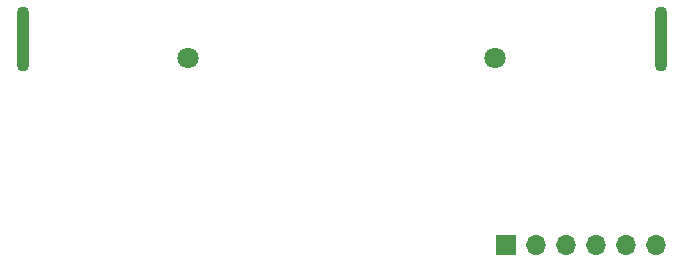
<source format=gbs>
%TF.GenerationSoftware,KiCad,Pcbnew,9.0.0*%
%TF.CreationDate,2025-03-31T15:03:09+01:00*%
%TF.ProjectId,vm_jacdaptor_no_swdio_0.1,766d5f6a-6163-4646-9170-746f725f6e6f,v0.1*%
%TF.SameCoordinates,PX58b1140PY3fe56c0*%
%TF.FileFunction,Soldermask,Bot*%
%TF.FilePolarity,Negative*%
%FSLAX45Y45*%
G04 Gerber Fmt 4.5, Leading zero omitted, Abs format (unit mm)*
G04 Created by KiCad (PCBNEW 9.0.0) date 2025-03-31 15:03:09*
%MOMM*%
%LPD*%
G01*
G04 APERTURE LIST*
%ADD10R,1.700000X1.700000*%
%ADD11O,1.700000X1.700000*%
%ADD12C,1.800000*%
%ADD13O,1.100000X5.500000*%
G04 APERTURE END LIST*
D10*
%TO.C,J2*%
X1395000Y-920000D03*
D11*
X1649000Y-920000D03*
X1903000Y-920000D03*
X2157000Y-920000D03*
X2411000Y-920000D03*
X2665000Y-920000D03*
%TD*%
D12*
%TO.C,J1*%
X-1300000Y660000D03*
X1300000Y660000D03*
D13*
X2700000Y825000D03*
X-2700000Y825000D03*
%TD*%
M02*

</source>
